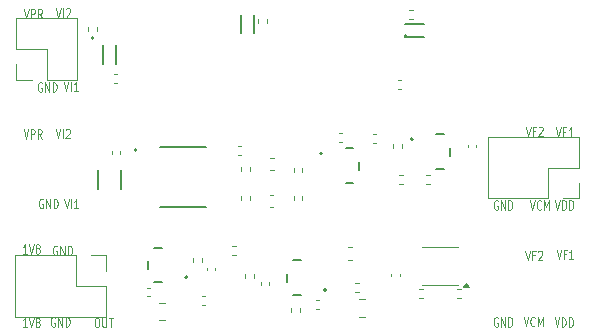
<source format=gbr>
%TF.GenerationSoftware,KiCad,Pcbnew,8.0.6*%
%TF.CreationDate,2024-11-25T14:21:06+01:00*%
%TF.ProjectId,EMG_amplifier,454d475f-616d-4706-9c69-666965722e6b,rev?*%
%TF.SameCoordinates,Original*%
%TF.FileFunction,Legend,Top*%
%TF.FilePolarity,Positive*%
%FSLAX46Y46*%
G04 Gerber Fmt 4.6, Leading zero omitted, Abs format (unit mm)*
G04 Created by KiCad (PCBNEW 8.0.6) date 2024-11-25 14:21:06*
%MOMM*%
%LPD*%
G01*
G04 APERTURE LIST*
%ADD10C,0.100000*%
%ADD11C,0.075000*%
%ADD12C,0.120000*%
%ADD13C,0.152400*%
%ADD14C,0.127000*%
%ADD15C,0.200000*%
G04 APERTURE END LIST*
D10*
X58782931Y-38696895D02*
X58982931Y-39496895D01*
X58982931Y-39496895D02*
X59182931Y-38696895D01*
X59382932Y-39496895D02*
X59382932Y-38696895D01*
X59382932Y-38696895D02*
X59525789Y-38696895D01*
X59525789Y-38696895D02*
X59611503Y-38734990D01*
X59611503Y-38734990D02*
X59668646Y-38811180D01*
X59668646Y-38811180D02*
X59697217Y-38887371D01*
X59697217Y-38887371D02*
X59725789Y-39039752D01*
X59725789Y-39039752D02*
X59725789Y-39154038D01*
X59725789Y-39154038D02*
X59697217Y-39306419D01*
X59697217Y-39306419D02*
X59668646Y-39382609D01*
X59668646Y-39382609D02*
X59611503Y-39458800D01*
X59611503Y-39458800D02*
X59525789Y-39496895D01*
X59525789Y-39496895D02*
X59382932Y-39496895D01*
X59982932Y-39496895D02*
X59982932Y-38696895D01*
X59982932Y-38696895D02*
X60125789Y-38696895D01*
X60125789Y-38696895D02*
X60211503Y-38734990D01*
X60211503Y-38734990D02*
X60268646Y-38811180D01*
X60268646Y-38811180D02*
X60297217Y-38887371D01*
X60297217Y-38887371D02*
X60325789Y-39039752D01*
X60325789Y-39039752D02*
X60325789Y-39154038D01*
X60325789Y-39154038D02*
X60297217Y-39306419D01*
X60297217Y-39306419D02*
X60268646Y-39382609D01*
X60268646Y-39382609D02*
X60211503Y-39458800D01*
X60211503Y-39458800D02*
X60125789Y-39496895D01*
X60125789Y-39496895D02*
X59982932Y-39496895D01*
X17212931Y-18746895D02*
X17412931Y-19546895D01*
X17412931Y-19546895D02*
X17612931Y-18746895D01*
X17812932Y-19546895D02*
X17812932Y-18746895D01*
X18412931Y-19546895D02*
X18070074Y-19546895D01*
X18241503Y-19546895D02*
X18241503Y-18746895D01*
X18241503Y-18746895D02*
X18184360Y-18861180D01*
X18184360Y-18861180D02*
X18127217Y-18937371D01*
X18127217Y-18937371D02*
X18070074Y-18975466D01*
D11*
X56296484Y-33068195D02*
X56496484Y-33868195D01*
X56496484Y-33868195D02*
X56696484Y-33068195D01*
X57096485Y-33449147D02*
X56896485Y-33449147D01*
X56896485Y-33868195D02*
X56896485Y-33068195D01*
X56896485Y-33068195D02*
X57182199Y-33068195D01*
X57382199Y-33144385D02*
X57410771Y-33106290D01*
X57410771Y-33106290D02*
X57467914Y-33068195D01*
X57467914Y-33068195D02*
X57610771Y-33068195D01*
X57610771Y-33068195D02*
X57667914Y-33106290D01*
X57667914Y-33106290D02*
X57696485Y-33144385D01*
X57696485Y-33144385D02*
X57725056Y-33220576D01*
X57725056Y-33220576D02*
X57725056Y-33296766D01*
X57725056Y-33296766D02*
X57696485Y-33411052D01*
X57696485Y-33411052D02*
X57353628Y-33868195D01*
X57353628Y-33868195D02*
X57725056Y-33868195D01*
D10*
X13812931Y-22766895D02*
X14012931Y-23566895D01*
X14012931Y-23566895D02*
X14212931Y-22766895D01*
X14412932Y-23566895D02*
X14412932Y-22766895D01*
X14412932Y-22766895D02*
X14641503Y-22766895D01*
X14641503Y-22766895D02*
X14698646Y-22804990D01*
X14698646Y-22804990D02*
X14727217Y-22843085D01*
X14727217Y-22843085D02*
X14755789Y-22919276D01*
X14755789Y-22919276D02*
X14755789Y-23033561D01*
X14755789Y-23033561D02*
X14727217Y-23109752D01*
X14727217Y-23109752D02*
X14698646Y-23147847D01*
X14698646Y-23147847D02*
X14641503Y-23185942D01*
X14641503Y-23185942D02*
X14412932Y-23185942D01*
X15355789Y-23566895D02*
X15155789Y-23185942D01*
X15012932Y-23566895D02*
X15012932Y-22766895D01*
X15012932Y-22766895D02*
X15241503Y-22766895D01*
X15241503Y-22766895D02*
X15298646Y-22804990D01*
X15298646Y-22804990D02*
X15327217Y-22843085D01*
X15327217Y-22843085D02*
X15355789Y-22919276D01*
X15355789Y-22919276D02*
X15355789Y-23033561D01*
X15355789Y-23033561D02*
X15327217Y-23109752D01*
X15327217Y-23109752D02*
X15298646Y-23147847D01*
X15298646Y-23147847D02*
X15241503Y-23185942D01*
X15241503Y-23185942D02*
X15012932Y-23185942D01*
X16562931Y-12516895D02*
X16762931Y-13316895D01*
X16762931Y-13316895D02*
X16962931Y-12516895D01*
X17162932Y-13316895D02*
X17162932Y-12516895D01*
X17420074Y-12593085D02*
X17448646Y-12554990D01*
X17448646Y-12554990D02*
X17505789Y-12516895D01*
X17505789Y-12516895D02*
X17648646Y-12516895D01*
X17648646Y-12516895D02*
X17705789Y-12554990D01*
X17705789Y-12554990D02*
X17734360Y-12593085D01*
X17734360Y-12593085D02*
X17762931Y-12669276D01*
X17762931Y-12669276D02*
X17762931Y-12745466D01*
X17762931Y-12745466D02*
X17734360Y-12859752D01*
X17734360Y-12859752D02*
X17391503Y-13316895D01*
X17391503Y-13316895D02*
X17762931Y-13316895D01*
X16532931Y-22726895D02*
X16732931Y-23526895D01*
X16732931Y-23526895D02*
X16932931Y-22726895D01*
X17132932Y-23526895D02*
X17132932Y-22726895D01*
X17390074Y-22803085D02*
X17418646Y-22764990D01*
X17418646Y-22764990D02*
X17475789Y-22726895D01*
X17475789Y-22726895D02*
X17618646Y-22726895D01*
X17618646Y-22726895D02*
X17675789Y-22764990D01*
X17675789Y-22764990D02*
X17704360Y-22803085D01*
X17704360Y-22803085D02*
X17732931Y-22879276D01*
X17732931Y-22879276D02*
X17732931Y-22955466D01*
X17732931Y-22955466D02*
X17704360Y-23069752D01*
X17704360Y-23069752D02*
X17361503Y-23526895D01*
X17361503Y-23526895D02*
X17732931Y-23526895D01*
X58812931Y-28766895D02*
X59012931Y-29566895D01*
X59012931Y-29566895D02*
X59212931Y-28766895D01*
X59412932Y-29566895D02*
X59412932Y-28766895D01*
X59412932Y-28766895D02*
X59555789Y-28766895D01*
X59555789Y-28766895D02*
X59641503Y-28804990D01*
X59641503Y-28804990D02*
X59698646Y-28881180D01*
X59698646Y-28881180D02*
X59727217Y-28957371D01*
X59727217Y-28957371D02*
X59755789Y-29109752D01*
X59755789Y-29109752D02*
X59755789Y-29224038D01*
X59755789Y-29224038D02*
X59727217Y-29376419D01*
X59727217Y-29376419D02*
X59698646Y-29452609D01*
X59698646Y-29452609D02*
X59641503Y-29528800D01*
X59641503Y-29528800D02*
X59555789Y-29566895D01*
X59555789Y-29566895D02*
X59412932Y-29566895D01*
X60012932Y-29566895D02*
X60012932Y-28766895D01*
X60012932Y-28766895D02*
X60155789Y-28766895D01*
X60155789Y-28766895D02*
X60241503Y-28804990D01*
X60241503Y-28804990D02*
X60298646Y-28881180D01*
X60298646Y-28881180D02*
X60327217Y-28957371D01*
X60327217Y-28957371D02*
X60355789Y-29109752D01*
X60355789Y-29109752D02*
X60355789Y-29224038D01*
X60355789Y-29224038D02*
X60327217Y-29376419D01*
X60327217Y-29376419D02*
X60298646Y-29452609D01*
X60298646Y-29452609D02*
X60241503Y-29528800D01*
X60241503Y-29528800D02*
X60155789Y-29566895D01*
X60155789Y-29566895D02*
X60012932Y-29566895D01*
X14092931Y-39526895D02*
X13750074Y-39526895D01*
X13921503Y-39526895D02*
X13921503Y-38726895D01*
X13921503Y-38726895D02*
X13864360Y-38841180D01*
X13864360Y-38841180D02*
X13807217Y-38917371D01*
X13807217Y-38917371D02*
X13750074Y-38955466D01*
X14264360Y-38726895D02*
X14464360Y-39526895D01*
X14464360Y-39526895D02*
X14664360Y-38726895D01*
X14950075Y-39069752D02*
X14892932Y-39031657D01*
X14892932Y-39031657D02*
X14864361Y-38993561D01*
X14864361Y-38993561D02*
X14835789Y-38917371D01*
X14835789Y-38917371D02*
X14835789Y-38879276D01*
X14835789Y-38879276D02*
X14864361Y-38803085D01*
X14864361Y-38803085D02*
X14892932Y-38764990D01*
X14892932Y-38764990D02*
X14950075Y-38726895D01*
X14950075Y-38726895D02*
X15064361Y-38726895D01*
X15064361Y-38726895D02*
X15121504Y-38764990D01*
X15121504Y-38764990D02*
X15150075Y-38803085D01*
X15150075Y-38803085D02*
X15178646Y-38879276D01*
X15178646Y-38879276D02*
X15178646Y-38917371D01*
X15178646Y-38917371D02*
X15150075Y-38993561D01*
X15150075Y-38993561D02*
X15121504Y-39031657D01*
X15121504Y-39031657D02*
X15064361Y-39069752D01*
X15064361Y-39069752D02*
X14950075Y-39069752D01*
X14950075Y-39069752D02*
X14892932Y-39107847D01*
X14892932Y-39107847D02*
X14864361Y-39145942D01*
X14864361Y-39145942D02*
X14835789Y-39222133D01*
X14835789Y-39222133D02*
X14835789Y-39374514D01*
X14835789Y-39374514D02*
X14864361Y-39450704D01*
X14864361Y-39450704D02*
X14892932Y-39488800D01*
X14892932Y-39488800D02*
X14950075Y-39526895D01*
X14950075Y-39526895D02*
X15064361Y-39526895D01*
X15064361Y-39526895D02*
X15121504Y-39488800D01*
X15121504Y-39488800D02*
X15150075Y-39450704D01*
X15150075Y-39450704D02*
X15178646Y-39374514D01*
X15178646Y-39374514D02*
X15178646Y-39222133D01*
X15178646Y-39222133D02*
X15150075Y-39145942D01*
X15150075Y-39145942D02*
X15121504Y-39107847D01*
X15121504Y-39107847D02*
X15064361Y-39069752D01*
X16462931Y-38714990D02*
X16405789Y-38676895D01*
X16405789Y-38676895D02*
X16320074Y-38676895D01*
X16320074Y-38676895D02*
X16234360Y-38714990D01*
X16234360Y-38714990D02*
X16177217Y-38791180D01*
X16177217Y-38791180D02*
X16148646Y-38867371D01*
X16148646Y-38867371D02*
X16120074Y-39019752D01*
X16120074Y-39019752D02*
X16120074Y-39134038D01*
X16120074Y-39134038D02*
X16148646Y-39286419D01*
X16148646Y-39286419D02*
X16177217Y-39362609D01*
X16177217Y-39362609D02*
X16234360Y-39438800D01*
X16234360Y-39438800D02*
X16320074Y-39476895D01*
X16320074Y-39476895D02*
X16377217Y-39476895D01*
X16377217Y-39476895D02*
X16462931Y-39438800D01*
X16462931Y-39438800D02*
X16491503Y-39400704D01*
X16491503Y-39400704D02*
X16491503Y-39134038D01*
X16491503Y-39134038D02*
X16377217Y-39134038D01*
X16748646Y-39476895D02*
X16748646Y-38676895D01*
X16748646Y-38676895D02*
X17091503Y-39476895D01*
X17091503Y-39476895D02*
X17091503Y-38676895D01*
X17377217Y-39476895D02*
X17377217Y-38676895D01*
X17377217Y-38676895D02*
X17520074Y-38676895D01*
X17520074Y-38676895D02*
X17605788Y-38714990D01*
X17605788Y-38714990D02*
X17662931Y-38791180D01*
X17662931Y-38791180D02*
X17691502Y-38867371D01*
X17691502Y-38867371D02*
X17720074Y-39019752D01*
X17720074Y-39019752D02*
X17720074Y-39134038D01*
X17720074Y-39134038D02*
X17691502Y-39286419D01*
X17691502Y-39286419D02*
X17662931Y-39362609D01*
X17662931Y-39362609D02*
X17605788Y-39438800D01*
X17605788Y-39438800D02*
X17520074Y-39476895D01*
X17520074Y-39476895D02*
X17377217Y-39476895D01*
D11*
X56156484Y-38648195D02*
X56356484Y-39448195D01*
X56356484Y-39448195D02*
X56556484Y-38648195D01*
X57099342Y-39372004D02*
X57070770Y-39410100D01*
X57070770Y-39410100D02*
X56985056Y-39448195D01*
X56985056Y-39448195D02*
X56927913Y-39448195D01*
X56927913Y-39448195D02*
X56842199Y-39410100D01*
X56842199Y-39410100D02*
X56785056Y-39333909D01*
X56785056Y-39333909D02*
X56756485Y-39257719D01*
X56756485Y-39257719D02*
X56727913Y-39105338D01*
X56727913Y-39105338D02*
X56727913Y-38991052D01*
X56727913Y-38991052D02*
X56756485Y-38838671D01*
X56756485Y-38838671D02*
X56785056Y-38762480D01*
X56785056Y-38762480D02*
X56842199Y-38686290D01*
X56842199Y-38686290D02*
X56927913Y-38648195D01*
X56927913Y-38648195D02*
X56985056Y-38648195D01*
X56985056Y-38648195D02*
X57070770Y-38686290D01*
X57070770Y-38686290D02*
X57099342Y-38724385D01*
X57356485Y-39448195D02*
X57356485Y-38648195D01*
X57356485Y-38648195D02*
X57556485Y-39219623D01*
X57556485Y-39219623D02*
X57756485Y-38648195D01*
X57756485Y-38648195D02*
X57756485Y-39448195D01*
D10*
X15352931Y-18824990D02*
X15295789Y-18786895D01*
X15295789Y-18786895D02*
X15210074Y-18786895D01*
X15210074Y-18786895D02*
X15124360Y-18824990D01*
X15124360Y-18824990D02*
X15067217Y-18901180D01*
X15067217Y-18901180D02*
X15038646Y-18977371D01*
X15038646Y-18977371D02*
X15010074Y-19129752D01*
X15010074Y-19129752D02*
X15010074Y-19244038D01*
X15010074Y-19244038D02*
X15038646Y-19396419D01*
X15038646Y-19396419D02*
X15067217Y-19472609D01*
X15067217Y-19472609D02*
X15124360Y-19548800D01*
X15124360Y-19548800D02*
X15210074Y-19586895D01*
X15210074Y-19586895D02*
X15267217Y-19586895D01*
X15267217Y-19586895D02*
X15352931Y-19548800D01*
X15352931Y-19548800D02*
X15381503Y-19510704D01*
X15381503Y-19510704D02*
X15381503Y-19244038D01*
X15381503Y-19244038D02*
X15267217Y-19244038D01*
X15638646Y-19586895D02*
X15638646Y-18786895D01*
X15638646Y-18786895D02*
X15981503Y-19586895D01*
X15981503Y-19586895D02*
X15981503Y-18786895D01*
X16267217Y-19586895D02*
X16267217Y-18786895D01*
X16267217Y-18786895D02*
X16410074Y-18786895D01*
X16410074Y-18786895D02*
X16495788Y-18824990D01*
X16495788Y-18824990D02*
X16552931Y-18901180D01*
X16552931Y-18901180D02*
X16581502Y-18977371D01*
X16581502Y-18977371D02*
X16610074Y-19129752D01*
X16610074Y-19129752D02*
X16610074Y-19244038D01*
X16610074Y-19244038D02*
X16581502Y-19396419D01*
X16581502Y-19396419D02*
X16552931Y-19472609D01*
X16552931Y-19472609D02*
X16495788Y-19548800D01*
X16495788Y-19548800D02*
X16410074Y-19586895D01*
X16410074Y-19586895D02*
X16267217Y-19586895D01*
X17262931Y-28676895D02*
X17462931Y-29476895D01*
X17462931Y-29476895D02*
X17662931Y-28676895D01*
X17862932Y-29476895D02*
X17862932Y-28676895D01*
X18462931Y-29476895D02*
X18120074Y-29476895D01*
X18291503Y-29476895D02*
X18291503Y-28676895D01*
X18291503Y-28676895D02*
X18234360Y-28791180D01*
X18234360Y-28791180D02*
X18177217Y-28867371D01*
X18177217Y-28867371D02*
X18120074Y-28905466D01*
D11*
X56336484Y-22538195D02*
X56536484Y-23338195D01*
X56536484Y-23338195D02*
X56736484Y-22538195D01*
X57136485Y-22919147D02*
X56936485Y-22919147D01*
X56936485Y-23338195D02*
X56936485Y-22538195D01*
X56936485Y-22538195D02*
X57222199Y-22538195D01*
X57422199Y-22614385D02*
X57450771Y-22576290D01*
X57450771Y-22576290D02*
X57507914Y-22538195D01*
X57507914Y-22538195D02*
X57650771Y-22538195D01*
X57650771Y-22538195D02*
X57707914Y-22576290D01*
X57707914Y-22576290D02*
X57736485Y-22614385D01*
X57736485Y-22614385D02*
X57765056Y-22690576D01*
X57765056Y-22690576D02*
X57765056Y-22766766D01*
X57765056Y-22766766D02*
X57736485Y-22881052D01*
X57736485Y-22881052D02*
X57393628Y-23338195D01*
X57393628Y-23338195D02*
X57765056Y-23338195D01*
D10*
X15452931Y-28694990D02*
X15395789Y-28656895D01*
X15395789Y-28656895D02*
X15310074Y-28656895D01*
X15310074Y-28656895D02*
X15224360Y-28694990D01*
X15224360Y-28694990D02*
X15167217Y-28771180D01*
X15167217Y-28771180D02*
X15138646Y-28847371D01*
X15138646Y-28847371D02*
X15110074Y-28999752D01*
X15110074Y-28999752D02*
X15110074Y-29114038D01*
X15110074Y-29114038D02*
X15138646Y-29266419D01*
X15138646Y-29266419D02*
X15167217Y-29342609D01*
X15167217Y-29342609D02*
X15224360Y-29418800D01*
X15224360Y-29418800D02*
X15310074Y-29456895D01*
X15310074Y-29456895D02*
X15367217Y-29456895D01*
X15367217Y-29456895D02*
X15452931Y-29418800D01*
X15452931Y-29418800D02*
X15481503Y-29380704D01*
X15481503Y-29380704D02*
X15481503Y-29114038D01*
X15481503Y-29114038D02*
X15367217Y-29114038D01*
X15738646Y-29456895D02*
X15738646Y-28656895D01*
X15738646Y-28656895D02*
X16081503Y-29456895D01*
X16081503Y-29456895D02*
X16081503Y-28656895D01*
X16367217Y-29456895D02*
X16367217Y-28656895D01*
X16367217Y-28656895D02*
X16510074Y-28656895D01*
X16510074Y-28656895D02*
X16595788Y-28694990D01*
X16595788Y-28694990D02*
X16652931Y-28771180D01*
X16652931Y-28771180D02*
X16681502Y-28847371D01*
X16681502Y-28847371D02*
X16710074Y-28999752D01*
X16710074Y-28999752D02*
X16710074Y-29114038D01*
X16710074Y-29114038D02*
X16681502Y-29266419D01*
X16681502Y-29266419D02*
X16652931Y-29342609D01*
X16652931Y-29342609D02*
X16595788Y-29418800D01*
X16595788Y-29418800D02*
X16510074Y-29456895D01*
X16510074Y-29456895D02*
X16367217Y-29456895D01*
X16652931Y-32654990D02*
X16595789Y-32616895D01*
X16595789Y-32616895D02*
X16510074Y-32616895D01*
X16510074Y-32616895D02*
X16424360Y-32654990D01*
X16424360Y-32654990D02*
X16367217Y-32731180D01*
X16367217Y-32731180D02*
X16338646Y-32807371D01*
X16338646Y-32807371D02*
X16310074Y-32959752D01*
X16310074Y-32959752D02*
X16310074Y-33074038D01*
X16310074Y-33074038D02*
X16338646Y-33226419D01*
X16338646Y-33226419D02*
X16367217Y-33302609D01*
X16367217Y-33302609D02*
X16424360Y-33378800D01*
X16424360Y-33378800D02*
X16510074Y-33416895D01*
X16510074Y-33416895D02*
X16567217Y-33416895D01*
X16567217Y-33416895D02*
X16652931Y-33378800D01*
X16652931Y-33378800D02*
X16681503Y-33340704D01*
X16681503Y-33340704D02*
X16681503Y-33074038D01*
X16681503Y-33074038D02*
X16567217Y-33074038D01*
X16938646Y-33416895D02*
X16938646Y-32616895D01*
X16938646Y-32616895D02*
X17281503Y-33416895D01*
X17281503Y-33416895D02*
X17281503Y-32616895D01*
X17567217Y-33416895D02*
X17567217Y-32616895D01*
X17567217Y-32616895D02*
X17710074Y-32616895D01*
X17710074Y-32616895D02*
X17795788Y-32654990D01*
X17795788Y-32654990D02*
X17852931Y-32731180D01*
X17852931Y-32731180D02*
X17881502Y-32807371D01*
X17881502Y-32807371D02*
X17910074Y-32959752D01*
X17910074Y-32959752D02*
X17910074Y-33074038D01*
X17910074Y-33074038D02*
X17881502Y-33226419D01*
X17881502Y-33226419D02*
X17852931Y-33302609D01*
X17852931Y-33302609D02*
X17795788Y-33378800D01*
X17795788Y-33378800D02*
X17710074Y-33416895D01*
X17710074Y-33416895D02*
X17567217Y-33416895D01*
D11*
X58896484Y-22588195D02*
X59096484Y-23388195D01*
X59096484Y-23388195D02*
X59296484Y-22588195D01*
X59696485Y-22969147D02*
X59496485Y-22969147D01*
X59496485Y-23388195D02*
X59496485Y-22588195D01*
X59496485Y-22588195D02*
X59782199Y-22588195D01*
X60325056Y-23388195D02*
X59982199Y-23388195D01*
X60153628Y-23388195D02*
X60153628Y-22588195D01*
X60153628Y-22588195D02*
X60096485Y-22702480D01*
X60096485Y-22702480D02*
X60039342Y-22778671D01*
X60039342Y-22778671D02*
X59982199Y-22816766D01*
D10*
X13842931Y-12556895D02*
X14042931Y-13356895D01*
X14042931Y-13356895D02*
X14242931Y-12556895D01*
X14442932Y-13356895D02*
X14442932Y-12556895D01*
X14442932Y-12556895D02*
X14671503Y-12556895D01*
X14671503Y-12556895D02*
X14728646Y-12594990D01*
X14728646Y-12594990D02*
X14757217Y-12633085D01*
X14757217Y-12633085D02*
X14785789Y-12709276D01*
X14785789Y-12709276D02*
X14785789Y-12823561D01*
X14785789Y-12823561D02*
X14757217Y-12899752D01*
X14757217Y-12899752D02*
X14728646Y-12937847D01*
X14728646Y-12937847D02*
X14671503Y-12975942D01*
X14671503Y-12975942D02*
X14442932Y-12975942D01*
X15385789Y-13356895D02*
X15185789Y-12975942D01*
X15042932Y-13356895D02*
X15042932Y-12556895D01*
X15042932Y-12556895D02*
X15271503Y-12556895D01*
X15271503Y-12556895D02*
X15328646Y-12594990D01*
X15328646Y-12594990D02*
X15357217Y-12633085D01*
X15357217Y-12633085D02*
X15385789Y-12709276D01*
X15385789Y-12709276D02*
X15385789Y-12823561D01*
X15385789Y-12823561D02*
X15357217Y-12899752D01*
X15357217Y-12899752D02*
X15328646Y-12937847D01*
X15328646Y-12937847D02*
X15271503Y-12975942D01*
X15271503Y-12975942D02*
X15042932Y-12975942D01*
X19972931Y-38746895D02*
X20087217Y-38746895D01*
X20087217Y-38746895D02*
X20144360Y-38784990D01*
X20144360Y-38784990D02*
X20201503Y-38861180D01*
X20201503Y-38861180D02*
X20230074Y-39013561D01*
X20230074Y-39013561D02*
X20230074Y-39280228D01*
X20230074Y-39280228D02*
X20201503Y-39432609D01*
X20201503Y-39432609D02*
X20144360Y-39508800D01*
X20144360Y-39508800D02*
X20087217Y-39546895D01*
X20087217Y-39546895D02*
X19972931Y-39546895D01*
X19972931Y-39546895D02*
X19915789Y-39508800D01*
X19915789Y-39508800D02*
X19858646Y-39432609D01*
X19858646Y-39432609D02*
X19830074Y-39280228D01*
X19830074Y-39280228D02*
X19830074Y-39013561D01*
X19830074Y-39013561D02*
X19858646Y-38861180D01*
X19858646Y-38861180D02*
X19915789Y-38784990D01*
X19915789Y-38784990D02*
X19972931Y-38746895D01*
X20487217Y-38746895D02*
X20487217Y-39394514D01*
X20487217Y-39394514D02*
X20515788Y-39470704D01*
X20515788Y-39470704D02*
X20544360Y-39508800D01*
X20544360Y-39508800D02*
X20601502Y-39546895D01*
X20601502Y-39546895D02*
X20715788Y-39546895D01*
X20715788Y-39546895D02*
X20772931Y-39508800D01*
X20772931Y-39508800D02*
X20801502Y-39470704D01*
X20801502Y-39470704D02*
X20830074Y-39394514D01*
X20830074Y-39394514D02*
X20830074Y-38746895D01*
X21030073Y-38746895D02*
X21372931Y-38746895D01*
X21201502Y-39546895D02*
X21201502Y-38746895D01*
X53952931Y-28814990D02*
X53895789Y-28776895D01*
X53895789Y-28776895D02*
X53810074Y-28776895D01*
X53810074Y-28776895D02*
X53724360Y-28814990D01*
X53724360Y-28814990D02*
X53667217Y-28891180D01*
X53667217Y-28891180D02*
X53638646Y-28967371D01*
X53638646Y-28967371D02*
X53610074Y-29119752D01*
X53610074Y-29119752D02*
X53610074Y-29234038D01*
X53610074Y-29234038D02*
X53638646Y-29386419D01*
X53638646Y-29386419D02*
X53667217Y-29462609D01*
X53667217Y-29462609D02*
X53724360Y-29538800D01*
X53724360Y-29538800D02*
X53810074Y-29576895D01*
X53810074Y-29576895D02*
X53867217Y-29576895D01*
X53867217Y-29576895D02*
X53952931Y-29538800D01*
X53952931Y-29538800D02*
X53981503Y-29500704D01*
X53981503Y-29500704D02*
X53981503Y-29234038D01*
X53981503Y-29234038D02*
X53867217Y-29234038D01*
X54238646Y-29576895D02*
X54238646Y-28776895D01*
X54238646Y-28776895D02*
X54581503Y-29576895D01*
X54581503Y-29576895D02*
X54581503Y-28776895D01*
X54867217Y-29576895D02*
X54867217Y-28776895D01*
X54867217Y-28776895D02*
X55010074Y-28776895D01*
X55010074Y-28776895D02*
X55095788Y-28814990D01*
X55095788Y-28814990D02*
X55152931Y-28891180D01*
X55152931Y-28891180D02*
X55181502Y-28967371D01*
X55181502Y-28967371D02*
X55210074Y-29119752D01*
X55210074Y-29119752D02*
X55210074Y-29234038D01*
X55210074Y-29234038D02*
X55181502Y-29386419D01*
X55181502Y-29386419D02*
X55152931Y-29462609D01*
X55152931Y-29462609D02*
X55095788Y-29538800D01*
X55095788Y-29538800D02*
X55010074Y-29576895D01*
X55010074Y-29576895D02*
X54867217Y-29576895D01*
X53952931Y-38714990D02*
X53895789Y-38676895D01*
X53895789Y-38676895D02*
X53810074Y-38676895D01*
X53810074Y-38676895D02*
X53724360Y-38714990D01*
X53724360Y-38714990D02*
X53667217Y-38791180D01*
X53667217Y-38791180D02*
X53638646Y-38867371D01*
X53638646Y-38867371D02*
X53610074Y-39019752D01*
X53610074Y-39019752D02*
X53610074Y-39134038D01*
X53610074Y-39134038D02*
X53638646Y-39286419D01*
X53638646Y-39286419D02*
X53667217Y-39362609D01*
X53667217Y-39362609D02*
X53724360Y-39438800D01*
X53724360Y-39438800D02*
X53810074Y-39476895D01*
X53810074Y-39476895D02*
X53867217Y-39476895D01*
X53867217Y-39476895D02*
X53952931Y-39438800D01*
X53952931Y-39438800D02*
X53981503Y-39400704D01*
X53981503Y-39400704D02*
X53981503Y-39134038D01*
X53981503Y-39134038D02*
X53867217Y-39134038D01*
X54238646Y-39476895D02*
X54238646Y-38676895D01*
X54238646Y-38676895D02*
X54581503Y-39476895D01*
X54581503Y-39476895D02*
X54581503Y-38676895D01*
X54867217Y-39476895D02*
X54867217Y-38676895D01*
X54867217Y-38676895D02*
X55010074Y-38676895D01*
X55010074Y-38676895D02*
X55095788Y-38714990D01*
X55095788Y-38714990D02*
X55152931Y-38791180D01*
X55152931Y-38791180D02*
X55181502Y-38867371D01*
X55181502Y-38867371D02*
X55210074Y-39019752D01*
X55210074Y-39019752D02*
X55210074Y-39134038D01*
X55210074Y-39134038D02*
X55181502Y-39286419D01*
X55181502Y-39286419D02*
X55152931Y-39362609D01*
X55152931Y-39362609D02*
X55095788Y-39438800D01*
X55095788Y-39438800D02*
X55010074Y-39476895D01*
X55010074Y-39476895D02*
X54867217Y-39476895D01*
D11*
X58936484Y-32958195D02*
X59136484Y-33758195D01*
X59136484Y-33758195D02*
X59336484Y-32958195D01*
X59736485Y-33339147D02*
X59536485Y-33339147D01*
X59536485Y-33758195D02*
X59536485Y-32958195D01*
X59536485Y-32958195D02*
X59822199Y-32958195D01*
X60365056Y-33758195D02*
X60022199Y-33758195D01*
X60193628Y-33758195D02*
X60193628Y-32958195D01*
X60193628Y-32958195D02*
X60136485Y-33072480D01*
X60136485Y-33072480D02*
X60079342Y-33148671D01*
X60079342Y-33148671D02*
X60022199Y-33186766D01*
D10*
X14102931Y-33316895D02*
X13760074Y-33316895D01*
X13931503Y-33316895D02*
X13931503Y-32516895D01*
X13931503Y-32516895D02*
X13874360Y-32631180D01*
X13874360Y-32631180D02*
X13817217Y-32707371D01*
X13817217Y-32707371D02*
X13760074Y-32745466D01*
X14274360Y-32516895D02*
X14474360Y-33316895D01*
X14474360Y-33316895D02*
X14674360Y-32516895D01*
X14960075Y-32859752D02*
X14902932Y-32821657D01*
X14902932Y-32821657D02*
X14874361Y-32783561D01*
X14874361Y-32783561D02*
X14845789Y-32707371D01*
X14845789Y-32707371D02*
X14845789Y-32669276D01*
X14845789Y-32669276D02*
X14874361Y-32593085D01*
X14874361Y-32593085D02*
X14902932Y-32554990D01*
X14902932Y-32554990D02*
X14960075Y-32516895D01*
X14960075Y-32516895D02*
X15074361Y-32516895D01*
X15074361Y-32516895D02*
X15131504Y-32554990D01*
X15131504Y-32554990D02*
X15160075Y-32593085D01*
X15160075Y-32593085D02*
X15188646Y-32669276D01*
X15188646Y-32669276D02*
X15188646Y-32707371D01*
X15188646Y-32707371D02*
X15160075Y-32783561D01*
X15160075Y-32783561D02*
X15131504Y-32821657D01*
X15131504Y-32821657D02*
X15074361Y-32859752D01*
X15074361Y-32859752D02*
X14960075Y-32859752D01*
X14960075Y-32859752D02*
X14902932Y-32897847D01*
X14902932Y-32897847D02*
X14874361Y-32935942D01*
X14874361Y-32935942D02*
X14845789Y-33012133D01*
X14845789Y-33012133D02*
X14845789Y-33164514D01*
X14845789Y-33164514D02*
X14874361Y-33240704D01*
X14874361Y-33240704D02*
X14902932Y-33278800D01*
X14902932Y-33278800D02*
X14960075Y-33316895D01*
X14960075Y-33316895D02*
X15074361Y-33316895D01*
X15074361Y-33316895D02*
X15131504Y-33278800D01*
X15131504Y-33278800D02*
X15160075Y-33240704D01*
X15160075Y-33240704D02*
X15188646Y-33164514D01*
X15188646Y-33164514D02*
X15188646Y-33012133D01*
X15188646Y-33012133D02*
X15160075Y-32935942D01*
X15160075Y-32935942D02*
X15131504Y-32897847D01*
X15131504Y-32897847D02*
X15074361Y-32859752D01*
D11*
X56686484Y-28788195D02*
X56886484Y-29588195D01*
X56886484Y-29588195D02*
X57086484Y-28788195D01*
X57629342Y-29512004D02*
X57600770Y-29550100D01*
X57600770Y-29550100D02*
X57515056Y-29588195D01*
X57515056Y-29588195D02*
X57457913Y-29588195D01*
X57457913Y-29588195D02*
X57372199Y-29550100D01*
X57372199Y-29550100D02*
X57315056Y-29473909D01*
X57315056Y-29473909D02*
X57286485Y-29397719D01*
X57286485Y-29397719D02*
X57257913Y-29245338D01*
X57257913Y-29245338D02*
X57257913Y-29131052D01*
X57257913Y-29131052D02*
X57286485Y-28978671D01*
X57286485Y-28978671D02*
X57315056Y-28902480D01*
X57315056Y-28902480D02*
X57372199Y-28826290D01*
X57372199Y-28826290D02*
X57457913Y-28788195D01*
X57457913Y-28788195D02*
X57515056Y-28788195D01*
X57515056Y-28788195D02*
X57600770Y-28826290D01*
X57600770Y-28826290D02*
X57629342Y-28864385D01*
X57886485Y-29588195D02*
X57886485Y-28788195D01*
X57886485Y-28788195D02*
X58086485Y-29359623D01*
X58086485Y-29359623D02*
X58286485Y-28788195D01*
X58286485Y-28788195D02*
X58286485Y-29588195D01*
D12*
%TO.C,J4*%
X53118000Y-23424600D02*
X53118000Y-28624600D01*
X58258000Y-26024600D02*
X58258000Y-28624600D01*
X58258000Y-28624600D02*
X53118000Y-28624600D01*
X60858000Y-23424600D02*
X53118000Y-23424600D01*
X60858000Y-23424600D02*
X60858000Y-26024600D01*
X60858000Y-26024600D02*
X58258000Y-26024600D01*
X60858000Y-27294600D02*
X60858000Y-28624600D01*
X60858000Y-28624600D02*
X59528000Y-28624600D01*
%TO.C,R23*%
X28164550Y-34013641D02*
X28164550Y-33706359D01*
X28924550Y-34013641D02*
X28924550Y-33706359D01*
%TO.C,J7*%
X13077400Y-33434800D02*
X13077400Y-38634800D01*
X18217400Y-33434800D02*
X13077400Y-33434800D01*
X18217400Y-33434800D02*
X18217400Y-36034800D01*
X18217400Y-36034800D02*
X20817400Y-36034800D01*
X19487400Y-33434800D02*
X20817400Y-33434800D01*
X20817400Y-33434800D02*
X20817400Y-34764800D01*
X20817400Y-36034800D02*
X20817400Y-38634800D01*
X20817400Y-38634800D02*
X13077400Y-38634800D01*
%TO.C,R14*%
X47643641Y-36290000D02*
X47336359Y-36290000D01*
X47643641Y-37050000D02*
X47336359Y-37050000D01*
%TO.C,C2*%
X34719420Y-25180000D02*
X35000580Y-25180000D01*
X34719420Y-26200000D02*
X35000580Y-26200000D01*
D13*
%TO.C,D3*%
X32198500Y-13095400D02*
X32198500Y-14644800D01*
X33341500Y-14644800D02*
X33341500Y-13095400D01*
D12*
%TO.C,C12*%
X21980000Y-24612164D02*
X21980000Y-24827836D01*
X21260000Y-24612164D02*
X21260000Y-24827836D01*
D13*
%TO.C,D2*%
X20528500Y-15675200D02*
X20528500Y-17224600D01*
X21671500Y-17224600D02*
X21671500Y-15675200D01*
D14*
%TO.C,U3*%
X36135000Y-35665000D02*
X36135000Y-34995000D01*
X36605000Y-33880000D02*
X37265000Y-33880000D01*
X37265000Y-36780000D02*
X36605000Y-36780000D01*
D15*
X39445000Y-36380000D02*
G75*
G02*
X39245000Y-36380000I-100000J0D01*
G01*
X39245000Y-36380000D02*
G75*
G02*
X39445000Y-36380000I100000J0D01*
G01*
D12*
%TO.C,R10*%
X41886359Y-35760000D02*
X42193641Y-35760000D01*
X41886359Y-36520000D02*
X42193641Y-36520000D01*
D13*
%TO.C,U7*%
X20122101Y-26250999D02*
X20122101Y-27800399D01*
X22077901Y-27800399D02*
X22077901Y-26250999D01*
D12*
%TO.C,C24*%
X33890000Y-35927836D02*
X33890000Y-35712164D01*
X34610000Y-35927836D02*
X34610000Y-35712164D01*
%TO.C,C21*%
X43647836Y-23200000D02*
X43432164Y-23200000D01*
X43647836Y-23920000D02*
X43432164Y-23920000D01*
%TO.C,R34*%
X31763641Y-32690000D02*
X31456359Y-32690000D01*
X31763641Y-33450000D02*
X31456359Y-33450000D01*
%TO.C,R9*%
X36670000Y-26373641D02*
X36670000Y-26066359D01*
X37430000Y-26373641D02*
X37430000Y-26066359D01*
%TO.C,R3*%
X45793541Y-18640000D02*
X45486259Y-18640000D01*
X45793541Y-19400000D02*
X45486259Y-19400000D01*
%TO.C,R16*%
X40803641Y-23120000D02*
X40496359Y-23120000D01*
X40803641Y-23880000D02*
X40496359Y-23880000D01*
%TO.C,C22*%
X51440000Y-24092164D02*
X51440000Y-24307836D01*
X52160000Y-24092164D02*
X52160000Y-24307836D01*
%TO.C,C3*%
X41585580Y-32780000D02*
X41304420Y-32780000D01*
X41585580Y-33800000D02*
X41304420Y-33800000D01*
%TO.C,R11*%
X38853641Y-37250000D02*
X38546359Y-37250000D01*
X38853641Y-38010000D02*
X38546359Y-38010000D01*
%TO.C,U2*%
X49087500Y-32715000D02*
X47587500Y-32715000D01*
X49087500Y-32715000D02*
X50587500Y-32715000D01*
X49087500Y-35935000D02*
X47587500Y-35935000D01*
X49087500Y-35935000D02*
X50587500Y-35935000D01*
X51540000Y-36140000D02*
X51060000Y-36140000D01*
X51300000Y-35810000D01*
X51540000Y-36140000D01*
G36*
X51540000Y-36140000D02*
G01*
X51060000Y-36140000D01*
X51300000Y-35810000D01*
X51540000Y-36140000D01*
G37*
D14*
%TO.C,U5*%
X48755000Y-23210000D02*
X49415000Y-23210000D01*
X49415000Y-26110000D02*
X48755000Y-26110000D01*
X49885000Y-24325000D02*
X49885000Y-24995000D01*
D15*
X46775000Y-23610000D02*
G75*
G02*
X46575000Y-23610000I-100000J0D01*
G01*
X46575000Y-23610000D02*
G75*
G02*
X46775000Y-23610000I100000J0D01*
G01*
D14*
%TO.C,U6*%
X41075000Y-24400000D02*
X41735000Y-24400000D01*
X41735000Y-27300000D02*
X41075000Y-27300000D01*
X42205000Y-25515000D02*
X42205000Y-26185000D01*
D15*
X39095000Y-24800000D02*
G75*
G02*
X38895000Y-24800000I-100000J0D01*
G01*
X38895000Y-24800000D02*
G75*
G02*
X39095000Y-24800000I100000J0D01*
G01*
D12*
%TO.C,R15*%
X45120000Y-24046359D02*
X45120000Y-24353641D01*
X45880000Y-24046359D02*
X45880000Y-24353641D01*
%TO.C,C10*%
X25801252Y-37469850D02*
X25278748Y-37469850D01*
X25801252Y-38939850D02*
X25278748Y-38939850D01*
%TO.C,R4*%
X19270000Y-14443641D02*
X19270000Y-14136359D01*
X20030000Y-14443641D02*
X20030000Y-14136359D01*
%TO.C,R8*%
X36670000Y-28753641D02*
X36670000Y-28446359D01*
X37430000Y-28753641D02*
X37430000Y-28446359D01*
%TO.C,R31*%
X45626359Y-26650000D02*
X45933641Y-26650000D01*
X45626359Y-27410000D02*
X45933641Y-27410000D01*
%TO.C,C23*%
X24272164Y-36190000D02*
X24487836Y-36190000D01*
X24272164Y-36910000D02*
X24487836Y-36910000D01*
%TO.C,R6*%
X32240000Y-28763641D02*
X32240000Y-28456359D01*
X33000000Y-28763641D02*
X33000000Y-28456359D01*
%TO.C,R32*%
X47906359Y-26650000D02*
X48213641Y-26650000D01*
X47906359Y-27410000D02*
X48213641Y-27410000D01*
%TO.C,C20*%
X32207836Y-24210000D02*
X31992164Y-24210000D01*
X32207836Y-24930000D02*
X31992164Y-24930000D01*
D14*
%TO.C,U8*%
X25380000Y-24300000D02*
X29280000Y-24300000D01*
X25380000Y-29350000D02*
X29280000Y-29350000D01*
D15*
X23390000Y-24520000D02*
G75*
G02*
X23190000Y-24520000I-100000J0D01*
G01*
X23190000Y-24520000D02*
G75*
G02*
X23390000Y-24520000I100000J0D01*
G01*
D14*
%TO.C,U1*%
X24370150Y-34585000D02*
X24370150Y-33915000D01*
X24840150Y-32800000D02*
X25500150Y-32800000D01*
X25500150Y-35700000D02*
X24840150Y-35700000D01*
D15*
X27680150Y-35300000D02*
G75*
G02*
X27480150Y-35300000I-100000J0D01*
G01*
X27480150Y-35300000D02*
G75*
G02*
X27680150Y-35300000I100000J0D01*
G01*
D13*
%TO.C,D1*%
X46145400Y-15001500D02*
X47694800Y-15001500D01*
X47694800Y-13858500D02*
X46145400Y-13858500D01*
D12*
%TO.C,C9*%
X29334550Y-34697836D02*
X29334550Y-34482164D01*
X30054550Y-34697836D02*
X30054550Y-34482164D01*
%TO.C,C4*%
X42228748Y-37165000D02*
X42751252Y-37165000D01*
X42228748Y-38635000D02*
X42751252Y-38635000D01*
%TO.C,C25*%
X44940000Y-35022164D02*
X44940000Y-35237836D01*
X45660000Y-35022164D02*
X45660000Y-35237836D01*
D13*
%TO.C,L2*%
X19726200Y-15035500D02*
G75*
G02*
X19573800Y-15035500I-76200J0D01*
G01*
X19573800Y-15035500D02*
G75*
G02*
X19726200Y-15035500I76200J0D01*
G01*
D12*
%TO.C,R5*%
X33660000Y-13743641D02*
X33660000Y-13436359D01*
X34420000Y-13743641D02*
X34420000Y-13436359D01*
%TO.C,R13*%
X50526359Y-36280000D02*
X50833641Y-36280000D01*
X50526359Y-37040000D02*
X50833641Y-37040000D01*
%TO.C,R33*%
X33330000Y-35353641D02*
X33330000Y-35046359D01*
X32570000Y-35353641D02*
X32570000Y-35046359D01*
%TO.C,J1*%
X13168800Y-15985000D02*
X13168800Y-13385000D01*
X13168800Y-18585000D02*
X13168800Y-17255000D01*
X14498800Y-18585000D02*
X13168800Y-18585000D01*
X15768800Y-15985000D02*
X13168800Y-15985000D01*
X15768800Y-18585000D02*
X15768800Y-15985000D01*
X18368800Y-13385000D02*
X13168800Y-13385000D01*
X18368800Y-18585000D02*
X15768800Y-18585000D01*
X18368800Y-18585000D02*
X18368800Y-13385000D01*
%TO.C,R22*%
X29203641Y-36920000D02*
X28896359Y-36920000D01*
X29203641Y-37680000D02*
X28896359Y-37680000D01*
%TO.C,R7*%
X32260000Y-26313641D02*
X32260000Y-26006359D01*
X33020000Y-26313641D02*
X33020000Y-26006359D01*
%TO.C,R1*%
X46783641Y-12670000D02*
X46476359Y-12670000D01*
X46783641Y-13430000D02*
X46476359Y-13430000D01*
%TO.C,R12*%
X36460000Y-37926359D02*
X36460000Y-38233641D01*
X37220000Y-37926359D02*
X37220000Y-38233641D01*
%TO.C,R2*%
X21763641Y-18070000D02*
X21456359Y-18070000D01*
X21763641Y-18830000D02*
X21456359Y-18830000D01*
%TO.C,C1*%
X34649420Y-28330000D02*
X34930580Y-28330000D01*
X34649420Y-29350000D02*
X34930580Y-29350000D01*
D13*
%TO.C,L1*%
X46216100Y-14889850D02*
G75*
G02*
X46063700Y-14889850I-76200J0D01*
G01*
X46063700Y-14889850D02*
G75*
G02*
X46216100Y-14889850I76200J0D01*
G01*
%TD*%
M02*

</source>
